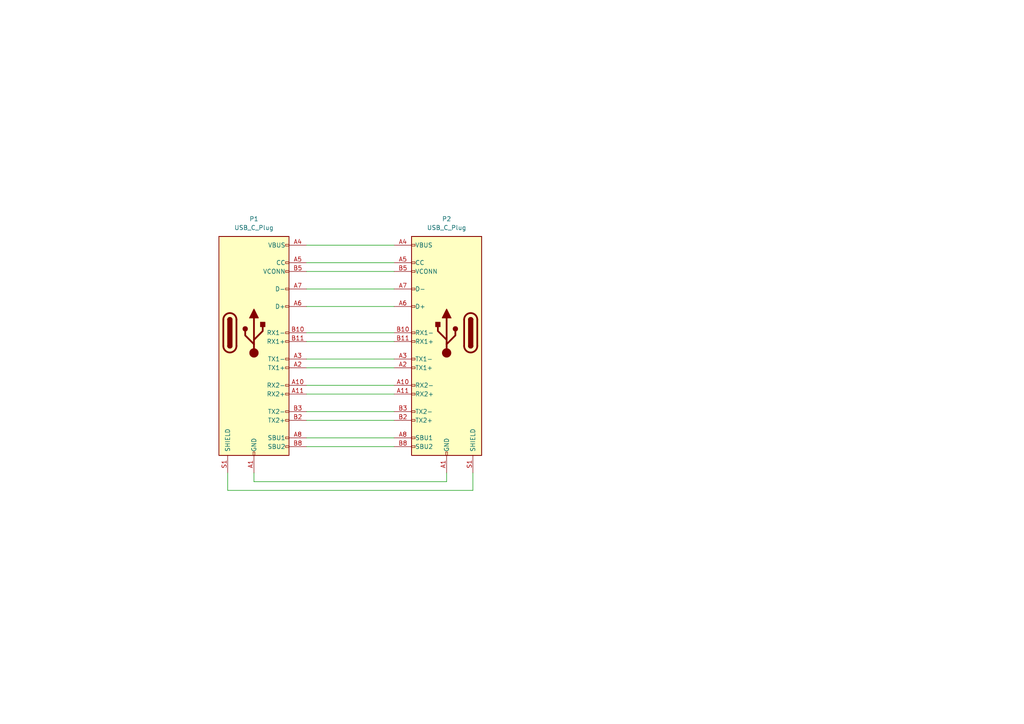
<source format=kicad_sch>
(kicad_sch (version 20250114) (generator "eeschema") (generator_version "9.0")
  (paper "A4")
  (lib_symbols
    (symbol "Connector:USB_C_Plug" (pin_names (offset 1.016))
      (property "Reference" "P" (at -10.16 29.21 0))
      (property "Value" "USB_C_Plug" (at 10.16 29.21 0))
      (symbol "USB_C_Plug_0_0"
        (rectangle (start -0.254 -35.56) (end 0.254 -34.544))
        (rectangle (start 10.16 25.654) (end 9.144 25.146))
        (rectangle (start 10.16 20.574) (end 9.144 20.066))
        (rectangle (start 10.16 18.034) (end 9.144 17.526))
        (rectangle (start 10.16 12.954) (end 9.144 12.446))
        (rectangle (start 10.16 7.874) (end 9.144 7.366))
        (rectangle (start 10.16 0.254) (end 9.144 -0.254))
        (rectangle (start 10.16 -2.286) (end 9.144 -2.794))
        (rectangle (start 10.16 -7.366) (end 9.144 -7.874))
        (rectangle (start 10.16 -9.906) (end 9.144 -10.414))
        (rectangle (start 10.16 -14.986) (end 9.144 -15.494))
        (rectangle (start 10.16 -17.526) (end 9.144 -18.034))
        (rectangle (start 10.16 -22.606) (end 9.144 -23.114))
        (rectangle (start 10.16 -25.146) (end 9.144 -25.654))
        (rectangle (start 10.16 -30.226) (end 9.144 -30.734))
        (rectangle (start 10.16 -32.766) (end 9.144 -33.274))
      )
      (symbol "USB_C_Plug_0_1"
        (rectangle (start -10.16 27.94) (end 10.16 -35.56) (stroke (width 0.254)) (fill (type background)))
        (polyline (pts (xy -8.89 -3.81) (xy -8.89 3.81)) (stroke (width 0.508)))
        (rectangle (start -7.62 -3.81) (end -6.35 3.81) (stroke (width 0.254)) (fill (type outline)))
        (arc (start -7.62 3.81) (mid -6.985 4.4423) (end -6.35 3.81) (stroke (width 0.254)))
        (arc (start -7.62 3.81) (mid -6.985 4.4423) (end -6.35 3.81) (stroke (width 0.254)) (fill (type outline)))
        (arc (start -8.89 3.81) (mid -6.985 5.7067) (end -5.08 3.81) (stroke (width 0.508)))
        (arc (start -5.08 -3.81) (mid -6.985 -5.7067) (end -8.89 -3.81) (stroke (width 0.508)))
        (arc (start -6.35 -3.81) (mid -6.985 -4.4423) (end -7.62 -3.81) (stroke (width 0.254)))
        (arc (start -6.35 -3.81) (mid -6.985 -4.4423) (end -7.62 -3.81) (stroke (width 0.254)) (fill (type outline)))
        (polyline (pts (xy -5.08 3.81) (xy -5.08 -3.81)) (stroke (width 0.508)))
      )
      (symbol "USB_C_Plug_1_1"
        (circle (center -2.54 1.143) (radius 0.635) (stroke (width 0.254)) (fill (type outline)))
        (polyline (pts (xy -1.27 4.318) (xy 0 6.858) (xy 1.27 4.318) (xy -1.27 4.318)) (stroke (width 0.254)) (fill (type outline)))
        (polyline (pts (xy 0 -2.032) (xy 2.54 0.508) (xy 2.54 1.778)) (stroke (width 0.508)))
        (polyline (pts (xy 0 -3.302) (xy -2.54 -0.762) (xy -2.54 0.508)) (stroke (width 0.508)))
        (polyline (pts (xy 0 -5.842) (xy 0 4.318)) (stroke (width 0.508)))
        (circle (center 0 -5.842) (radius 1.27) (fill (type outline)))
        (rectangle (start 1.905 1.778) (end 3.175 3.048) (stroke (width 0.254)) (fill (type outline)))
        (pin passive line (at -7.62 -40.64 90) (length 5.08) (name "SHIELD") (number "S1"))
        (pin passive line (at 0 -40.64 90) (length 5.08) (name "GND") (number "A1"))
        (pin passive line (at 0 -40.64 90) (length 5.08) (hide yes) (name "GND") (number "A12"))
        (pin passive line (at 0 -40.64 90) (length 5.08) (hide yes) (name "GND") (number "B1"))
        (pin passive line (at 0 -40.64 90) (length 5.08) (hide yes) (name "GND") (number "B12"))
        (pin passive line (at 15.24 25.4 180) (length 5.08) (name "VBUS") (number "A4"))
        (pin passive line (at 15.24 25.4 180) (length 5.08) (hide yes) (name "VBUS") (number "A9"))
        (pin passive line (at 15.24 25.4 180) (length 5.08) (hide yes) (name "VBUS") (number "B4"))
        (pin passive line (at 15.24 25.4 180) (length 5.08) (hide yes) (name "VBUS") (number "B9"))
        (pin bidirectional line (at 15.24 20.32 180) (length 5.08) (name "CC") (number "A5"))
        (pin bidirectional line (at 15.24 17.78 180) (length 5.08) (name "VCONN") (number "B5"))
        (pin bidirectional line (at 15.24 12.7 180) (length 5.08) (name "D-") (number "A7"))
        (pin bidirectional line (at 15.24 7.62 180) (length 5.08) (name "D+") (number "A6"))
        (pin bidirectional line (at 15.24 0 180) (length 5.08) (name "RX1-") (number "B10"))
        (pin bidirectional line (at 15.24 -2.54 180) (length 5.08) (name "RX1+") (number "B11"))
        (pin bidirectional line (at 15.24 -7.62 180) (length 5.08) (name "TX1-") (number "A3"))
        (pin bidirectional line (at 15.24 -10.16 180) (length 5.08) (name "TX1+") (number "A2"))
        (pin bidirectional line (at 15.24 -15.24 180) (length 5.08) (name "RX2-") (number "A10"))
        (pin bidirectional line (at 15.24 -17.78 180) (length 5.08) (name "RX2+") (number "A11"))
        (pin bidirectional line (at 15.24 -22.86 180) (length 5.08) (name "TX2-") (number "B3"))
        (pin bidirectional line (at 15.24 -25.4 180) (length 5.08) (name "TX2+") (number "B2"))
        (pin bidirectional line (at 15.24 -30.48 180) (length 5.08) (name "SBU1") (number "A8"))
        (pin bidirectional line (at 15.24 -33.02 180) (length 5.08) (name "SBU2") (number "B8"))
      )
    )
  )
  (wire (pts (xy 88.9 104.14) (xy 114.3 104.14)))
  (wire (pts (xy 129.54 137.16) (xy 129.54 139.7)))
  (wire (pts (xy 88.9 83.82) (xy 114.3 83.82)))
  (wire (pts (xy 88.9 71.12) (xy 114.3 71.12)))
  (wire (pts (xy 88.9 76.2) (xy 114.3 76.2)))
  (wire (pts (xy 88.9 99.06) (xy 114.3 99.06)))
  (wire (pts (xy 88.9 88.9) (xy 114.3 88.9)))
  (wire (pts (xy 88.9 78.74) (xy 114.3 78.74)))
  (wire (pts (xy 137.16 137.16) (xy 137.16 142.24)))
  (wire (pts (xy 88.9 114.3) (xy 114.3 114.3)))
  (wire (pts (xy 88.9 121.92) (xy 114.3 121.92)))
  (wire (pts (xy 88.9 129.54) (xy 114.3 129.54)))
  (wire (pts (xy 88.9 111.76) (xy 114.3 111.76)))
  (wire (pts (xy 73.66 139.7) (xy 129.54 139.7)))
  (wire (pts (xy 66.04 137.16) (xy 66.04 142.24)))
  (wire (pts (xy 88.9 106.68) (xy 114.3 106.68)))
  (wire (pts (xy 88.9 119.38) (xy 114.3 119.38)))
  (wire (pts (xy 88.9 96.52) (xy 114.3 96.52)))
  (wire (pts (xy 66.04 142.24) (xy 137.16 142.24)))
  (wire (pts (xy 88.9 127) (xy 114.3 127)))
  (wire (pts (xy 73.66 137.16) (xy 73.66 139.7)))
  (symbol (lib_id "Connector:USB_C_Plug") (at 73.66 96.52 0) (unit 1)
    (property "Reference" "P1" (at 73.66 63.5 0))
    (property "Value" "USB_C_Plug" (at 73.66 66.04 0))
    (property "Footprint" "Connector_USB:USB-C-12-Pin-MidMount" (effects (hide yes)))
    (property "Datasheet" "https://www.usb.org/sites/default/files/documents/usb_type-c.zip" (effects (hide yes)))
    (property "Description" "USB Type-C Plug connector" (effects (hide yes)))
  )
  (symbol (lib_id "Connector:USB_C_Plug") (at 129.54 96.52 0) (mirror y) (unit 1)
    (property "Reference" "P2" (at 129.54 63.5 0))
    (property "Value" "USB_C_Plug" (at 129.54 66.04 0))
    (property "Footprint" "Connector_USB:USB-C-12-Pin-MidMount" (effects (hide yes)))
    (property "Datasheet" "https://www.usb.org/sites/default/files/documents/usb_type-c.zip" (effects (hide yes)))
    (property "Description" "USB Type-C Plug connector" (effects (hide yes)))
  )
)
</source>
